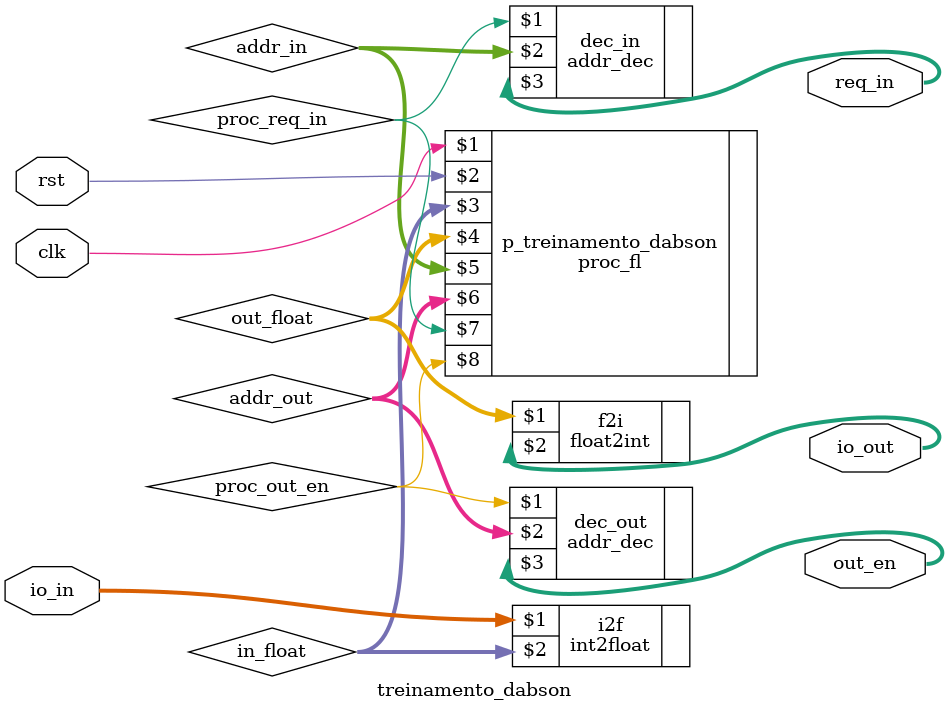
<source format=v>
module treinamento_dabson (
input clk, rst,
input signed [12:0] io_in,
output signed [20:0] io_out,
output [3:0] req_in,
output [3:0] out_en);

wire signed [20:0] in_float;
wire signed [20:0] out_float;

int2float #(.MAN(13),.EXP(7)) i2f (io_in, in_float);

wire proc_req_in, proc_out_en;
wire [1:0] addr_in;
wire [1:0] addr_out;

proc_fl #(.NBMANT(13),
.NBEXPO(7),
.MDATAS(100020),
.MINSTS(1077090),
.SDEPTH(4),
.NUIOIN(4),
.NUIOOU(4),
.CAL(1),
.SRF(1),
.EQU(1),
.LIN(1),
.LES(1),
.ADD(1),
.DIV(1),
.MLT(1),
.NEG(1),
.GRE(1),
.DFILE("C:/Users/ferre/Desktop/IC Luciano/Treniamento 2021/variaveis_06_05_21/treinamentoRedesNeurais/treinamento_dabson/Hardware/treinamento_dabson_H/treinamento_dabson_data.mif"),
.IFILE("C:/Users/ferre/Desktop/IC Luciano/Treniamento 2021/variaveis_06_05_21/treinamentoRedesNeurais/treinamento_dabson/Hardware/treinamento_dabson_H/treinamento_dabson_inst.mif")
) p_treinamento_dabson (clk, rst, in_float, out_float, addr_in, addr_out, proc_req_in, proc_out_en);

float2int #(.EXP(7),.MAN(13)) f2i (out_float, io_out);

addr_dec #(4) dec_in (proc_req_in, addr_in , req_in);
addr_dec #(4) dec_out(proc_out_en, addr_out, out_en);

endmodule

</source>
